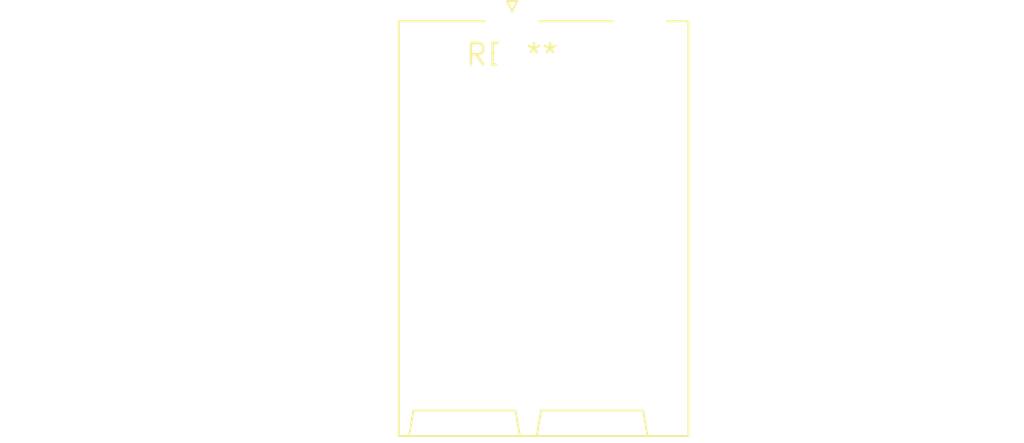
<source format=kicad_pcb>
(kicad_pcb (version 20240108) (generator pcbnew)
  (layers (0 "F.Cu" signal) (31 "B.Cu" signal) (34 "B.Paste" user) (35 "F.Paste" user) (36 "B.SilkS" user "B.Silkscreen") (37 "F.SilkS" user "F.Silkscreen") (38 "B.Mask" user) (39 "F.Mask" user) (44 "Edge.Cuts" user))
  (net 0 "")
  (footprint "PhoenixContact_SPT_5_2-H-7.5-ZB_1x02_P7.5mm_Horizontal" (layer "F.Cu") (at 0 0)
    (property "Reference" "REF**")
    (property "Value" "PhoenixContact_SPT_5_2-H-7.5-ZB_1x02_P7.5mm_Horizontal")
    (fp_line (start -6.66 -1.96) (end -1.6 -1.96) (layer "F.SilkS") (stroke (width 0.12)))
    (fp_line (start -6.66 22.41) (end -6.66 -1.96) (layer "F.SilkS") (stroke (width 0.12)))
    (fp_line (start -6.05 22.41) (end -5.8 20.91) (layer "F.SilkS") (stroke (width 0.12)))
    (fp_line (start -5.8 20.91) (end 0.2 20.91) (layer "F.SilkS") (stroke (width 0.12)))
    (fp_line (start -0.3 -3.15) (end 0 -2.55) (layer "F.SilkS") (stroke (width 0.12)))
    (fp_line (start -0.3 -3.15) (end 0.3 -3.15) (layer "F.SilkS") (stroke (width 0.12)))
    (fp_line (start 0.3 -3.15) (end 0 -2.55) (layer "F.SilkS") (stroke (width 0.12)))
    (fp_line (start 0.45 22.41) (end 0.2 20.91) (layer "F.SilkS") (stroke (width 0.12)))
    (fp_line (start 1.45 22.41) (end 1.7 20.91) (layer "F.SilkS") (stroke (width 0.12)))
    (fp_line (start 1.6 -1.96) (end 5.9 -1.96) (layer "F.SilkS") (stroke (width 0.12)))
    (fp_line (start 1.7 20.91) (end 7.7 20.91) (layer "F.SilkS") (stroke (width 0.12)))
    (fp_line (start 7.95 22.41) (end 7.7 20.91) (layer "F.SilkS") (stroke (width 0.12)))
    (fp_line (start 9.1 -1.96) (end 10.36 -1.96) (layer "F.SilkS") (stroke (width 0.12)))
    (fp_line (start 10.36 -1.96) (end 10.36 22.41) (layer "F.SilkS") (stroke (width 0.12)))
    (fp_line (start 10.36 22.41) (end -6.66 22.41) (layer "F.SilkS") (stroke (width 0.12)))
    (pad "1" thru_hole roundrect (at 0 0) (size 2.8 4.3) (drill 2.1) (layers *.Cu *.Mask) (remove_unused_layers) (roundrect_rratio 0.089286))
    (pad "2" thru_hole oval (at 7.5 13.2) (size 2.8 4.3) (drill 2.1) (layers *.Cu *.Mask) (remove_unused_layers))
  )
)
</source>
